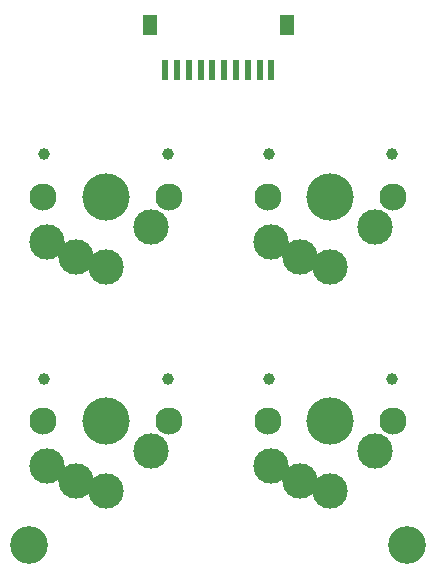
<source format=gts>
G04 #@! TF.GenerationSoftware,KiCad,Pcbnew,7.0.8*
G04 #@! TF.CreationDate,2023-12-05T05:14:50-08:00*
G04 #@! TF.ProjectId,Seismos_4-Thumb,53656973-6d6f-4735-9f34-2d5468756d62,rev?*
G04 #@! TF.SameCoordinates,Original*
G04 #@! TF.FileFunction,Soldermask,Top*
G04 #@! TF.FilePolarity,Negative*
%FSLAX46Y46*%
G04 Gerber Fmt 4.6, Leading zero omitted, Abs format (unit mm)*
G04 Created by KiCad (PCBNEW 7.0.8) date 2023-12-05 05:14:50*
%MOMM*%
%LPD*%
G01*
G04 APERTURE LIST*
%ADD10C,3.200000*%
%ADD11R,0.600000X1.700000*%
%ADD12R,1.200000X1.800000*%
%ADD13C,2.300000*%
%ADD14C,1.000000*%
%ADD15C,3.000000*%
%ADD16C,4.000000*%
G04 APERTURE END LIST*
D10*
X40500000Y-70500000D03*
D11*
X61000000Y-30286000D03*
X60000000Y-30286000D03*
X59000000Y-30285000D03*
X58000000Y-30285000D03*
X57000000Y-30285000D03*
X56000000Y-30285000D03*
X55000000Y-30285000D03*
X54000000Y-30285000D03*
X53000000Y-30285000D03*
X52000000Y-30285000D03*
D12*
X62300000Y-26410000D03*
X50700000Y-26410000D03*
D10*
X72500000Y-70500000D03*
D13*
X52300000Y-60000000D03*
D14*
X52220000Y-56384200D03*
D15*
X50810000Y-62540000D03*
X47000000Y-65900000D03*
D16*
X47000000Y-60000000D03*
D15*
X44460000Y-65080000D03*
X42000000Y-63800000D03*
D14*
X41780000Y-56384200D03*
D13*
X41700000Y-60000000D03*
X52300000Y-41000000D03*
D14*
X52220000Y-37384200D03*
D15*
X50810000Y-43540000D03*
X47000000Y-46900000D03*
D16*
X47000000Y-41000000D03*
D15*
X44460000Y-46080000D03*
X42000000Y-44800000D03*
D14*
X41780000Y-37384200D03*
D13*
X41700000Y-41000000D03*
X71300000Y-60000000D03*
D14*
X71220000Y-56384200D03*
D15*
X69810000Y-62540000D03*
X66000000Y-65900000D03*
D16*
X66000000Y-60000000D03*
D15*
X63460000Y-65080000D03*
X61000000Y-63800000D03*
D14*
X60780000Y-56384200D03*
D13*
X60700000Y-60000000D03*
X71300000Y-41000000D03*
D14*
X71220000Y-37384200D03*
D15*
X69810000Y-43540000D03*
X66000000Y-46900000D03*
D16*
X66000000Y-41000000D03*
D15*
X63460000Y-46080000D03*
X61000000Y-44800000D03*
D14*
X60780000Y-37384200D03*
D13*
X60700000Y-41000000D03*
M02*

</source>
